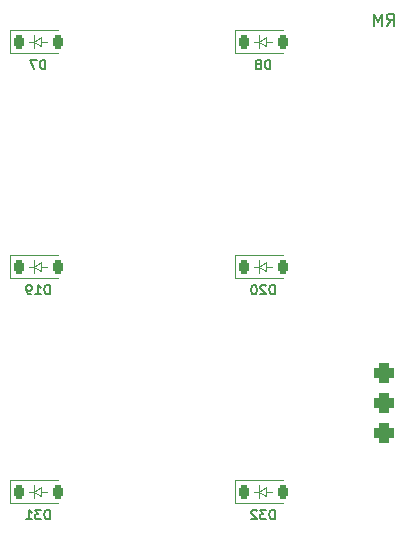
<source format=gbo>
G04 #@! TF.GenerationSoftware,KiCad,Pcbnew,7.0.5*
G04 #@! TF.CreationDate,2023-08-01T07:37:43+08:00*
G04 #@! TF.ProjectId,RM,524d2e6b-6963-4616-945f-706362585858,rev?*
G04 #@! TF.SameCoordinates,Original*
G04 #@! TF.FileFunction,Legend,Bot*
G04 #@! TF.FilePolarity,Positive*
%FSLAX46Y46*%
G04 Gerber Fmt 4.6, Leading zero omitted, Abs format (unit mm)*
G04 Created by KiCad (PCBNEW 7.0.5) date 2023-08-01 07:37:43*
%MOMM*%
%LPD*%
G01*
G04 APERTURE LIST*
G04 Aperture macros list*
%AMRoundRect*
0 Rectangle with rounded corners*
0 $1 Rounding radius*
0 $2 $3 $4 $5 $6 $7 $8 $9 X,Y pos of 4 corners*
0 Add a 4 corners polygon primitive as box body*
4,1,4,$2,$3,$4,$5,$6,$7,$8,$9,$2,$3,0*
0 Add four circle primitives for the rounded corners*
1,1,$1+$1,$2,$3*
1,1,$1+$1,$4,$5*
1,1,$1+$1,$6,$7*
1,1,$1+$1,$8,$9*
0 Add four rect primitives between the rounded corners*
20,1,$1+$1,$2,$3,$4,$5,0*
20,1,$1+$1,$4,$5,$6,$7,0*
20,1,$1+$1,$6,$7,$8,$9,0*
20,1,$1+$1,$8,$9,$2,$3,0*%
%AMHorizOval*
0 Thick line with rounded ends*
0 $1 width*
0 $2 $3 position (X,Y) of the first rounded end (center of the circle)*
0 $4 $5 position (X,Y) of the second rounded end (center of the circle)*
0 Add line between two ends*
20,1,$1,$2,$3,$4,$5,0*
0 Add two circle primitives to create the rounded ends*
1,1,$1,$2,$3*
1,1,$1,$4,$5*%
%AMOutline4P*
0 Free polygon, 4 corners , with rotation*
0 The origin of the aperture is its center*
0 number of corners: always 4*
0 $1 to $8 corner X, Y*
0 $9 Rotation angle, in degrees counterclockwise*
0 create outline with 4 corners*
4,1,4,$1,$2,$3,$4,$5,$6,$7,$8,$1,$2,$9*%
G04 Aperture macros list end*
%ADD10C,0.150000*%
%ADD11C,0.120000*%
%ADD12C,0.100000*%
%ADD13C,1.700000*%
%ADD14O,1.700000X1.700000*%
%ADD15O,2.200000X1.900000*%
%ADD16C,5.050000*%
%ADD17HorizOval,2.400000X-0.305164X0.457575X0.305164X-0.457575X0*%
%ADD18C,2.400000*%
%ADD19Outline4P,-1.150000X-1.200000X1.150000X-1.200000X1.150000X1.200000X-1.150000X1.200000X0.000000*%
%ADD20Outline4P,-1.200000X-1.200000X1.200000X-1.200000X1.200000X1.200000X-1.200000X1.200000X0.000000*%
%ADD21RoundRect,0.425000X0.425000X-0.425000X0.425000X0.425000X-0.425000X0.425000X-0.425000X-0.425000X0*%
%ADD22C,3.500000*%
%ADD23RoundRect,0.425000X-0.425000X-0.425000X0.425000X-0.425000X0.425000X0.425000X-0.425000X0.425000X0*%
%ADD24RoundRect,0.225000X-0.225000X-0.375000X0.225000X-0.375000X0.225000X0.375000X-0.225000X0.375000X0*%
G04 APERTURE END LIST*
D10*
X150441904Y-46594819D02*
X150775237Y-46118628D01*
X151013332Y-46594819D02*
X151013332Y-45594819D01*
X151013332Y-45594819D02*
X150632380Y-45594819D01*
X150632380Y-45594819D02*
X150537142Y-45642438D01*
X150537142Y-45642438D02*
X150489523Y-45690057D01*
X150489523Y-45690057D02*
X150441904Y-45785295D01*
X150441904Y-45785295D02*
X150441904Y-45928152D01*
X150441904Y-45928152D02*
X150489523Y-46023390D01*
X150489523Y-46023390D02*
X150537142Y-46071009D01*
X150537142Y-46071009D02*
X150632380Y-46118628D01*
X150632380Y-46118628D02*
X151013332Y-46118628D01*
X150013332Y-46594819D02*
X150013332Y-45594819D01*
X150013332Y-45594819D02*
X149679999Y-46309104D01*
X149679999Y-46309104D02*
X149346666Y-45594819D01*
X149346666Y-45594819D02*
X149346666Y-46594819D01*
X121901428Y-69352295D02*
X121901428Y-68552295D01*
X121901428Y-68552295D02*
X121710952Y-68552295D01*
X121710952Y-68552295D02*
X121596666Y-68590390D01*
X121596666Y-68590390D02*
X121520476Y-68666580D01*
X121520476Y-68666580D02*
X121482381Y-68742771D01*
X121482381Y-68742771D02*
X121444285Y-68895152D01*
X121444285Y-68895152D02*
X121444285Y-69009438D01*
X121444285Y-69009438D02*
X121482381Y-69161819D01*
X121482381Y-69161819D02*
X121520476Y-69238009D01*
X121520476Y-69238009D02*
X121596666Y-69314200D01*
X121596666Y-69314200D02*
X121710952Y-69352295D01*
X121710952Y-69352295D02*
X121901428Y-69352295D01*
X120682381Y-69352295D02*
X121139524Y-69352295D01*
X120910952Y-69352295D02*
X120910952Y-68552295D01*
X120910952Y-68552295D02*
X120987143Y-68666580D01*
X120987143Y-68666580D02*
X121063333Y-68742771D01*
X121063333Y-68742771D02*
X121139524Y-68780866D01*
X120301428Y-69352295D02*
X120149047Y-69352295D01*
X120149047Y-69352295D02*
X120072857Y-69314200D01*
X120072857Y-69314200D02*
X120034761Y-69276104D01*
X120034761Y-69276104D02*
X119958571Y-69161819D01*
X119958571Y-69161819D02*
X119920476Y-69009438D01*
X119920476Y-69009438D02*
X119920476Y-68704676D01*
X119920476Y-68704676D02*
X119958571Y-68628485D01*
X119958571Y-68628485D02*
X119996666Y-68590390D01*
X119996666Y-68590390D02*
X120072857Y-68552295D01*
X120072857Y-68552295D02*
X120225238Y-68552295D01*
X120225238Y-68552295D02*
X120301428Y-68590390D01*
X120301428Y-68590390D02*
X120339523Y-68628485D01*
X120339523Y-68628485D02*
X120377619Y-68704676D01*
X120377619Y-68704676D02*
X120377619Y-68895152D01*
X120377619Y-68895152D02*
X120339523Y-68971342D01*
X120339523Y-68971342D02*
X120301428Y-69009438D01*
X120301428Y-69009438D02*
X120225238Y-69047533D01*
X120225238Y-69047533D02*
X120072857Y-69047533D01*
X120072857Y-69047533D02*
X119996666Y-69009438D01*
X119996666Y-69009438D02*
X119958571Y-68971342D01*
X119958571Y-68971342D02*
X119920476Y-68895152D01*
X140951428Y-88402295D02*
X140951428Y-87602295D01*
X140951428Y-87602295D02*
X140760952Y-87602295D01*
X140760952Y-87602295D02*
X140646666Y-87640390D01*
X140646666Y-87640390D02*
X140570476Y-87716580D01*
X140570476Y-87716580D02*
X140532381Y-87792771D01*
X140532381Y-87792771D02*
X140494285Y-87945152D01*
X140494285Y-87945152D02*
X140494285Y-88059438D01*
X140494285Y-88059438D02*
X140532381Y-88211819D01*
X140532381Y-88211819D02*
X140570476Y-88288009D01*
X140570476Y-88288009D02*
X140646666Y-88364200D01*
X140646666Y-88364200D02*
X140760952Y-88402295D01*
X140760952Y-88402295D02*
X140951428Y-88402295D01*
X140227619Y-87602295D02*
X139732381Y-87602295D01*
X139732381Y-87602295D02*
X139999047Y-87907057D01*
X139999047Y-87907057D02*
X139884762Y-87907057D01*
X139884762Y-87907057D02*
X139808571Y-87945152D01*
X139808571Y-87945152D02*
X139770476Y-87983247D01*
X139770476Y-87983247D02*
X139732381Y-88059438D01*
X139732381Y-88059438D02*
X139732381Y-88249914D01*
X139732381Y-88249914D02*
X139770476Y-88326104D01*
X139770476Y-88326104D02*
X139808571Y-88364200D01*
X139808571Y-88364200D02*
X139884762Y-88402295D01*
X139884762Y-88402295D02*
X140113333Y-88402295D01*
X140113333Y-88402295D02*
X140189524Y-88364200D01*
X140189524Y-88364200D02*
X140227619Y-88326104D01*
X139427619Y-87678485D02*
X139389523Y-87640390D01*
X139389523Y-87640390D02*
X139313333Y-87602295D01*
X139313333Y-87602295D02*
X139122857Y-87602295D01*
X139122857Y-87602295D02*
X139046666Y-87640390D01*
X139046666Y-87640390D02*
X139008571Y-87678485D01*
X139008571Y-87678485D02*
X138970476Y-87754676D01*
X138970476Y-87754676D02*
X138970476Y-87830866D01*
X138970476Y-87830866D02*
X139008571Y-87945152D01*
X139008571Y-87945152D02*
X139465714Y-88402295D01*
X139465714Y-88402295D02*
X138970476Y-88402295D01*
X121901428Y-88402295D02*
X121901428Y-87602295D01*
X121901428Y-87602295D02*
X121710952Y-87602295D01*
X121710952Y-87602295D02*
X121596666Y-87640390D01*
X121596666Y-87640390D02*
X121520476Y-87716580D01*
X121520476Y-87716580D02*
X121482381Y-87792771D01*
X121482381Y-87792771D02*
X121444285Y-87945152D01*
X121444285Y-87945152D02*
X121444285Y-88059438D01*
X121444285Y-88059438D02*
X121482381Y-88211819D01*
X121482381Y-88211819D02*
X121520476Y-88288009D01*
X121520476Y-88288009D02*
X121596666Y-88364200D01*
X121596666Y-88364200D02*
X121710952Y-88402295D01*
X121710952Y-88402295D02*
X121901428Y-88402295D01*
X121177619Y-87602295D02*
X120682381Y-87602295D01*
X120682381Y-87602295D02*
X120949047Y-87907057D01*
X120949047Y-87907057D02*
X120834762Y-87907057D01*
X120834762Y-87907057D02*
X120758571Y-87945152D01*
X120758571Y-87945152D02*
X120720476Y-87983247D01*
X120720476Y-87983247D02*
X120682381Y-88059438D01*
X120682381Y-88059438D02*
X120682381Y-88249914D01*
X120682381Y-88249914D02*
X120720476Y-88326104D01*
X120720476Y-88326104D02*
X120758571Y-88364200D01*
X120758571Y-88364200D02*
X120834762Y-88402295D01*
X120834762Y-88402295D02*
X121063333Y-88402295D01*
X121063333Y-88402295D02*
X121139524Y-88364200D01*
X121139524Y-88364200D02*
X121177619Y-88326104D01*
X119920476Y-88402295D02*
X120377619Y-88402295D01*
X120149047Y-88402295D02*
X120149047Y-87602295D01*
X120149047Y-87602295D02*
X120225238Y-87716580D01*
X120225238Y-87716580D02*
X120301428Y-87792771D01*
X120301428Y-87792771D02*
X120377619Y-87830866D01*
X121520475Y-50302295D02*
X121520475Y-49502295D01*
X121520475Y-49502295D02*
X121329999Y-49502295D01*
X121329999Y-49502295D02*
X121215713Y-49540390D01*
X121215713Y-49540390D02*
X121139523Y-49616580D01*
X121139523Y-49616580D02*
X121101428Y-49692771D01*
X121101428Y-49692771D02*
X121063332Y-49845152D01*
X121063332Y-49845152D02*
X121063332Y-49959438D01*
X121063332Y-49959438D02*
X121101428Y-50111819D01*
X121101428Y-50111819D02*
X121139523Y-50188009D01*
X121139523Y-50188009D02*
X121215713Y-50264200D01*
X121215713Y-50264200D02*
X121329999Y-50302295D01*
X121329999Y-50302295D02*
X121520475Y-50302295D01*
X120796666Y-49502295D02*
X120263332Y-49502295D01*
X120263332Y-49502295D02*
X120606190Y-50302295D01*
X140951428Y-69352295D02*
X140951428Y-68552295D01*
X140951428Y-68552295D02*
X140760952Y-68552295D01*
X140760952Y-68552295D02*
X140646666Y-68590390D01*
X140646666Y-68590390D02*
X140570476Y-68666580D01*
X140570476Y-68666580D02*
X140532381Y-68742771D01*
X140532381Y-68742771D02*
X140494285Y-68895152D01*
X140494285Y-68895152D02*
X140494285Y-69009438D01*
X140494285Y-69009438D02*
X140532381Y-69161819D01*
X140532381Y-69161819D02*
X140570476Y-69238009D01*
X140570476Y-69238009D02*
X140646666Y-69314200D01*
X140646666Y-69314200D02*
X140760952Y-69352295D01*
X140760952Y-69352295D02*
X140951428Y-69352295D01*
X140189524Y-68628485D02*
X140151428Y-68590390D01*
X140151428Y-68590390D02*
X140075238Y-68552295D01*
X140075238Y-68552295D02*
X139884762Y-68552295D01*
X139884762Y-68552295D02*
X139808571Y-68590390D01*
X139808571Y-68590390D02*
X139770476Y-68628485D01*
X139770476Y-68628485D02*
X139732381Y-68704676D01*
X139732381Y-68704676D02*
X139732381Y-68780866D01*
X139732381Y-68780866D02*
X139770476Y-68895152D01*
X139770476Y-68895152D02*
X140227619Y-69352295D01*
X140227619Y-69352295D02*
X139732381Y-69352295D01*
X139237142Y-68552295D02*
X139160952Y-68552295D01*
X139160952Y-68552295D02*
X139084761Y-68590390D01*
X139084761Y-68590390D02*
X139046666Y-68628485D01*
X139046666Y-68628485D02*
X139008571Y-68704676D01*
X139008571Y-68704676D02*
X138970476Y-68857057D01*
X138970476Y-68857057D02*
X138970476Y-69047533D01*
X138970476Y-69047533D02*
X139008571Y-69199914D01*
X139008571Y-69199914D02*
X139046666Y-69276104D01*
X139046666Y-69276104D02*
X139084761Y-69314200D01*
X139084761Y-69314200D02*
X139160952Y-69352295D01*
X139160952Y-69352295D02*
X139237142Y-69352295D01*
X139237142Y-69352295D02*
X139313333Y-69314200D01*
X139313333Y-69314200D02*
X139351428Y-69276104D01*
X139351428Y-69276104D02*
X139389523Y-69199914D01*
X139389523Y-69199914D02*
X139427619Y-69047533D01*
X139427619Y-69047533D02*
X139427619Y-68857057D01*
X139427619Y-68857057D02*
X139389523Y-68704676D01*
X139389523Y-68704676D02*
X139351428Y-68628485D01*
X139351428Y-68628485D02*
X139313333Y-68590390D01*
X139313333Y-68590390D02*
X139237142Y-68552295D01*
X140570475Y-50302295D02*
X140570475Y-49502295D01*
X140570475Y-49502295D02*
X140379999Y-49502295D01*
X140379999Y-49502295D02*
X140265713Y-49540390D01*
X140265713Y-49540390D02*
X140189523Y-49616580D01*
X140189523Y-49616580D02*
X140151428Y-49692771D01*
X140151428Y-49692771D02*
X140113332Y-49845152D01*
X140113332Y-49845152D02*
X140113332Y-49959438D01*
X140113332Y-49959438D02*
X140151428Y-50111819D01*
X140151428Y-50111819D02*
X140189523Y-50188009D01*
X140189523Y-50188009D02*
X140265713Y-50264200D01*
X140265713Y-50264200D02*
X140379999Y-50302295D01*
X140379999Y-50302295D02*
X140570475Y-50302295D01*
X139656190Y-49845152D02*
X139732380Y-49807057D01*
X139732380Y-49807057D02*
X139770475Y-49768961D01*
X139770475Y-49768961D02*
X139808571Y-49692771D01*
X139808571Y-49692771D02*
X139808571Y-49654676D01*
X139808571Y-49654676D02*
X139770475Y-49578485D01*
X139770475Y-49578485D02*
X139732380Y-49540390D01*
X139732380Y-49540390D02*
X139656190Y-49502295D01*
X139656190Y-49502295D02*
X139503809Y-49502295D01*
X139503809Y-49502295D02*
X139427618Y-49540390D01*
X139427618Y-49540390D02*
X139389523Y-49578485D01*
X139389523Y-49578485D02*
X139351428Y-49654676D01*
X139351428Y-49654676D02*
X139351428Y-49692771D01*
X139351428Y-49692771D02*
X139389523Y-49768961D01*
X139389523Y-49768961D02*
X139427618Y-49807057D01*
X139427618Y-49807057D02*
X139503809Y-49845152D01*
X139503809Y-49845152D02*
X139656190Y-49845152D01*
X139656190Y-49845152D02*
X139732380Y-49883247D01*
X139732380Y-49883247D02*
X139770475Y-49921342D01*
X139770475Y-49921342D02*
X139808571Y-49997533D01*
X139808571Y-49997533D02*
X139808571Y-50149914D01*
X139808571Y-50149914D02*
X139770475Y-50226104D01*
X139770475Y-50226104D02*
X139732380Y-50264200D01*
X139732380Y-50264200D02*
X139656190Y-50302295D01*
X139656190Y-50302295D02*
X139503809Y-50302295D01*
X139503809Y-50302295D02*
X139427618Y-50264200D01*
X139427618Y-50264200D02*
X139389523Y-50226104D01*
X139389523Y-50226104D02*
X139351428Y-50149914D01*
X139351428Y-50149914D02*
X139351428Y-49997533D01*
X139351428Y-49997533D02*
X139389523Y-49921342D01*
X139389523Y-49921342D02*
X139427618Y-49883247D01*
X139427618Y-49883247D02*
X139503809Y-49845152D01*
D11*
X118570000Y-65990000D02*
X122580000Y-65990000D01*
X118570000Y-67990000D02*
X118570000Y-65990000D01*
X118570000Y-67990000D02*
X122580000Y-67990000D01*
D12*
X120174400Y-66990000D02*
X120574400Y-66990000D01*
X120574400Y-66990000D02*
X120574400Y-66440000D01*
X120574400Y-66990000D02*
X120574400Y-67540000D01*
X120574400Y-66990000D02*
X121174400Y-67390000D01*
X121174400Y-66590000D02*
X120574400Y-66990000D01*
X121174400Y-66990000D02*
X121674400Y-66990000D01*
X121174400Y-67390000D02*
X121174400Y-66590000D01*
D11*
X137620000Y-85040000D02*
X141630000Y-85040000D01*
X137620000Y-87040000D02*
X137620000Y-85040000D01*
X137620000Y-87040000D02*
X141630000Y-87040000D01*
D12*
X139224400Y-86040000D02*
X139624400Y-86040000D01*
X139624400Y-86040000D02*
X139624400Y-85490000D01*
X139624400Y-86040000D02*
X139624400Y-86590000D01*
X139624400Y-86040000D02*
X140224400Y-86440000D01*
X140224400Y-85640000D02*
X139624400Y-86040000D01*
X140224400Y-86040000D02*
X140724400Y-86040000D01*
X140224400Y-86440000D02*
X140224400Y-85640000D01*
D11*
X118570000Y-85040000D02*
X122580000Y-85040000D01*
X118570000Y-87040000D02*
X118570000Y-85040000D01*
X118570000Y-87040000D02*
X122580000Y-87040000D01*
D12*
X120174400Y-86040000D02*
X120574400Y-86040000D01*
X120574400Y-86040000D02*
X120574400Y-85490000D01*
X120574400Y-86040000D02*
X120574400Y-86590000D01*
X120574400Y-86040000D02*
X121174400Y-86440000D01*
X121174400Y-85640000D02*
X120574400Y-86040000D01*
X121174400Y-86040000D02*
X121674400Y-86040000D01*
X121174400Y-86440000D02*
X121174400Y-85640000D01*
D11*
X118570000Y-46940000D02*
X122580000Y-46940000D01*
X118570000Y-48940000D02*
X118570000Y-46940000D01*
X118570000Y-48940000D02*
X122580000Y-48940000D01*
D12*
X120174400Y-47940000D02*
X120574400Y-47940000D01*
X120574400Y-47940000D02*
X120574400Y-47390000D01*
X120574400Y-47940000D02*
X120574400Y-48490000D01*
X120574400Y-47940000D02*
X121174400Y-48340000D01*
X121174400Y-47540000D02*
X120574400Y-47940000D01*
X121174400Y-47940000D02*
X121674400Y-47940000D01*
X121174400Y-48340000D02*
X121174400Y-47540000D01*
D11*
X137620000Y-65990000D02*
X141630000Y-65990000D01*
X137620000Y-67990000D02*
X137620000Y-65990000D01*
X137620000Y-67990000D02*
X141630000Y-67990000D01*
D12*
X139224400Y-66990000D02*
X139624400Y-66990000D01*
X139624400Y-66990000D02*
X139624400Y-66440000D01*
X139624400Y-66990000D02*
X139624400Y-67540000D01*
X139624400Y-66990000D02*
X140224400Y-67390000D01*
X140224400Y-66590000D02*
X139624400Y-66990000D01*
X140224400Y-66990000D02*
X140724400Y-66990000D01*
X140224400Y-67390000D02*
X140224400Y-66590000D01*
D11*
X137620000Y-46940000D02*
X141630000Y-46940000D01*
X137620000Y-48940000D02*
X137620000Y-46940000D01*
X137620000Y-48940000D02*
X141630000Y-48940000D01*
D12*
X139224400Y-47940000D02*
X139624400Y-47940000D01*
X139624400Y-47940000D02*
X139624400Y-47390000D01*
X139624400Y-47940000D02*
X139624400Y-48490000D01*
X139624400Y-47940000D02*
X140224400Y-48340000D01*
X140224400Y-47540000D02*
X139624400Y-47940000D01*
X140224400Y-47940000D02*
X140724400Y-47940000D01*
X140224400Y-48340000D02*
X140224400Y-47540000D01*
%LPC*%
D13*
X108080000Y-61620000D03*
D14*
X108080000Y-64160000D03*
X108080000Y-66700000D03*
X108080000Y-69240000D03*
X108080000Y-71780000D03*
X108080000Y-74320000D03*
X108080000Y-76860000D03*
X108080000Y-79400000D03*
X108080000Y-81940000D03*
X110620000Y-61620000D03*
X110620000Y-64160000D03*
X110620000Y-66700000D03*
X110620000Y-69240000D03*
X110620000Y-71780000D03*
X110620000Y-74320000D03*
X110620000Y-76860000D03*
X110620000Y-79400000D03*
X110620000Y-81940000D03*
D15*
X136810000Y-54430000D03*
D16*
X142110000Y-54430000D03*
D15*
X147410000Y-54430000D03*
D17*
X137410000Y-58680000D03*
D18*
X138300000Y-51890000D03*
X142110000Y-60330000D03*
D19*
X143410000Y-60330000D03*
D18*
X144650000Y-49330000D03*
X144710000Y-60330000D03*
D20*
X145880000Y-49330000D03*
D18*
X147110000Y-49330000D03*
D15*
X117760000Y-54430000D03*
D16*
X123060000Y-54430000D03*
D15*
X128360000Y-54430000D03*
D17*
X118360000Y-58680000D03*
D18*
X119250000Y-51890000D03*
X123060000Y-60330000D03*
D19*
X124360000Y-60330000D03*
D18*
X125600000Y-49330000D03*
X125660000Y-60330000D03*
D20*
X126830000Y-49330000D03*
D18*
X128060000Y-49330000D03*
D21*
X128780000Y-100710000D03*
D14*
X131320000Y-100710000D03*
X133860000Y-100710000D03*
X136400000Y-100710000D03*
D22*
X132585000Y-83005000D03*
X132585000Y-63955000D03*
D13*
X150230000Y-65860000D03*
D14*
X150230000Y-68400000D03*
X150230000Y-70940000D03*
X150230000Y-73480000D03*
D23*
X150230000Y-76020000D03*
X150230000Y-78560000D03*
X150230000Y-81100000D03*
D15*
X117760000Y-92530000D03*
D16*
X123060000Y-92530000D03*
D15*
X128360000Y-92530000D03*
D17*
X118360000Y-96780000D03*
D18*
X119250000Y-89990000D03*
X123060000Y-98430000D03*
D19*
X124360000Y-98430000D03*
D18*
X125600000Y-87430000D03*
X125660000Y-98430000D03*
D20*
X126830000Y-87430000D03*
D18*
X128060000Y-87430000D03*
D15*
X136810000Y-73480000D03*
D16*
X142110000Y-73480000D03*
D15*
X147410000Y-73480000D03*
D17*
X137410000Y-77730000D03*
D18*
X138300000Y-70940000D03*
X142110000Y-79380000D03*
D19*
X143410000Y-79380000D03*
D18*
X144650000Y-68380000D03*
X144710000Y-79380000D03*
D20*
X145880000Y-68380000D03*
D18*
X147110000Y-68380000D03*
D15*
X136810000Y-92530000D03*
D16*
X142110000Y-92530000D03*
D15*
X147410000Y-92530000D03*
D17*
X137410000Y-96780000D03*
D18*
X138300000Y-89990000D03*
X142110000Y-98430000D03*
D19*
X143410000Y-98430000D03*
D18*
X144650000Y-87430000D03*
X144710000Y-98430000D03*
D20*
X145880000Y-87430000D03*
D18*
X147110000Y-87430000D03*
D15*
X117760000Y-73480000D03*
D16*
X123060000Y-73480000D03*
D15*
X128360000Y-73480000D03*
D17*
X118360000Y-77730000D03*
D18*
X119250000Y-70940000D03*
X123060000Y-79380000D03*
D19*
X124360000Y-79380000D03*
D18*
X125600000Y-68380000D03*
X125660000Y-79380000D03*
D20*
X126830000Y-68380000D03*
D18*
X128060000Y-68380000D03*
D24*
X119280000Y-66990000D03*
X122580000Y-66990000D03*
X138330000Y-86040000D03*
X141630000Y-86040000D03*
X119280000Y-86040000D03*
X122580000Y-86040000D03*
X119280000Y-47940000D03*
X122580000Y-47940000D03*
X138330000Y-66990000D03*
X141630000Y-66990000D03*
X138330000Y-47940000D03*
X141630000Y-47940000D03*
%LPD*%
M02*

</source>
